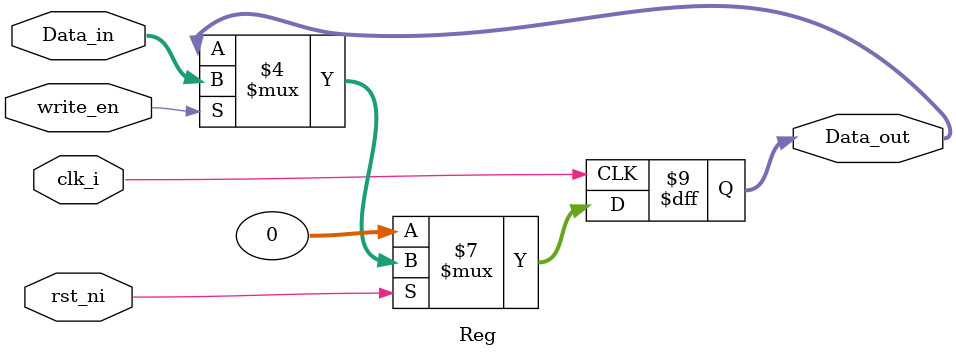
<source format=sv>
module Reg #(parameter Width = 32)(
	input logic [Width-1:0] Data_in,
	output logic [Width-1:0] Data_out,
	input logic clk_i,rst_ni,write_en
);
always_ff @(posedge clk_i) begin
	if(~rst_ni)
		Data_out <= '0;
	else if (write_en)
		Data_out <= Data_in;
	else 
		Data_out <= Data_out;
end
endmodule

</source>
